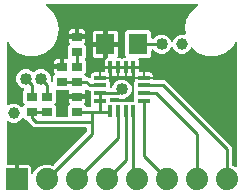
<source format=gbr>
G04 EAGLE Gerber RS-274X export*
G75*
%MOMM*%
%FSLAX34Y34*%
%LPD*%
%INTop Copper*%
%IPPOS*%
%AMOC8*
5,1,8,0,0,1.08239X$1,22.5*%
G01*
%ADD10R,0.400000X1.000000*%
%ADD11R,1.000000X0.400000*%
%ADD12R,0.900000X0.700000*%
%ADD13R,1.600000X1.800000*%
%ADD14R,1.879600X1.879600*%
%ADD15C,1.879600*%
%ADD16C,1.000000*%
%ADD17C,1.016000*%
%ADD18C,0.254000*%

G36*
X198121Y23109D02*
X198121Y23109D01*
X198236Y23106D01*
X198263Y23113D01*
X198291Y23114D01*
X198400Y23149D01*
X198511Y23178D01*
X198535Y23192D01*
X198562Y23201D01*
X198657Y23265D01*
X198756Y23323D01*
X198775Y23344D01*
X198798Y23359D01*
X198872Y23447D01*
X198950Y23531D01*
X198963Y23555D01*
X198981Y23577D01*
X199027Y23681D01*
X199080Y23784D01*
X199084Y23808D01*
X199096Y23836D01*
X199133Y24100D01*
X199135Y24115D01*
X199135Y127651D01*
X199133Y127671D01*
X199135Y127690D01*
X199113Y127811D01*
X199095Y127933D01*
X199087Y127951D01*
X199084Y127970D01*
X199029Y128080D01*
X198979Y128192D01*
X198967Y128207D01*
X198958Y128225D01*
X198875Y128316D01*
X198796Y128409D01*
X198779Y128420D01*
X198766Y128435D01*
X198661Y128499D01*
X198559Y128567D01*
X198540Y128573D01*
X198524Y128583D01*
X198405Y128616D01*
X198288Y128653D01*
X198268Y128653D01*
X198249Y128658D01*
X198127Y128657D01*
X198004Y128660D01*
X197985Y128655D01*
X197965Y128655D01*
X197847Y128619D01*
X197729Y128588D01*
X197712Y128578D01*
X197693Y128572D01*
X197590Y128506D01*
X197484Y128443D01*
X197471Y128429D01*
X197454Y128418D01*
X197408Y128361D01*
X197290Y128236D01*
X197266Y128190D01*
X197241Y128159D01*
X195385Y124944D01*
X189278Y119820D01*
X181786Y117093D01*
X173814Y117093D01*
X166322Y119820D01*
X161309Y124026D01*
X161249Y124064D01*
X161195Y124109D01*
X161129Y124139D01*
X161068Y124177D01*
X161000Y124196D01*
X160935Y124225D01*
X160864Y124235D01*
X160795Y124254D01*
X160724Y124254D01*
X160654Y124264D01*
X160583Y124253D01*
X160510Y124253D01*
X160442Y124233D01*
X160372Y124223D01*
X160307Y124193D01*
X160238Y124173D01*
X160178Y124135D01*
X160113Y124106D01*
X160058Y124059D01*
X159998Y124021D01*
X159951Y123968D01*
X159897Y123922D01*
X159865Y123870D01*
X159809Y123808D01*
X159759Y123701D01*
X159719Y123637D01*
X159223Y122441D01*
X156959Y120177D01*
X154001Y118951D01*
X150799Y118951D01*
X147841Y120177D01*
X145577Y122441D01*
X144781Y124361D01*
X144766Y124386D01*
X144757Y124414D01*
X144694Y124508D01*
X144637Y124606D01*
X144615Y124626D01*
X144599Y124650D01*
X144512Y124723D01*
X144430Y124801D01*
X144404Y124814D01*
X144382Y124833D01*
X144278Y124879D01*
X144177Y124931D01*
X144149Y124937D01*
X144122Y124949D01*
X144010Y124964D01*
X143898Y124986D01*
X143869Y124984D01*
X143840Y124988D01*
X143728Y124971D01*
X143615Y124962D01*
X143588Y124951D01*
X143559Y124947D01*
X143456Y124900D01*
X143350Y124860D01*
X143326Y124842D01*
X143300Y124830D01*
X143213Y124756D01*
X143123Y124688D01*
X143106Y124665D01*
X143083Y124646D01*
X143042Y124579D01*
X142953Y124460D01*
X142931Y124402D01*
X142905Y124361D01*
X142091Y122395D01*
X139805Y120109D01*
X136817Y118871D01*
X133583Y118871D01*
X130595Y120109D01*
X128382Y122322D01*
X128358Y122340D01*
X128339Y122362D01*
X128245Y122425D01*
X128155Y122493D01*
X128127Y122504D01*
X128103Y122520D01*
X127995Y122554D01*
X127889Y122594D01*
X127860Y122597D01*
X127832Y122606D01*
X127718Y122609D01*
X127606Y122618D01*
X127577Y122612D01*
X127548Y122613D01*
X127438Y122584D01*
X127327Y122562D01*
X127301Y122549D01*
X127273Y122541D01*
X127175Y122483D01*
X127075Y122431D01*
X127053Y122411D01*
X127028Y122396D01*
X126951Y122313D01*
X126869Y122235D01*
X126854Y122210D01*
X126834Y122189D01*
X126782Y122088D01*
X126725Y121990D01*
X126718Y121962D01*
X126704Y121936D01*
X126691Y121858D01*
X126655Y121715D01*
X126657Y121652D01*
X126649Y121604D01*
X126649Y116737D01*
X124863Y114951D01*
X116569Y114951D01*
X116531Y114946D01*
X116492Y114948D01*
X116390Y114926D01*
X116288Y114911D01*
X116252Y114895D01*
X116214Y114887D01*
X116123Y114838D01*
X116028Y114795D01*
X115999Y114770D01*
X115964Y114751D01*
X115890Y114678D01*
X115811Y114612D01*
X115790Y114579D01*
X115762Y114552D01*
X115711Y114461D01*
X115654Y114375D01*
X115642Y114338D01*
X115623Y114304D01*
X115599Y114203D01*
X115568Y114104D01*
X115567Y114065D01*
X115558Y114027D01*
X115563Y113923D01*
X115561Y113820D01*
X115571Y113782D01*
X115573Y113743D01*
X115600Y113670D01*
X115633Y113545D01*
X115671Y113481D01*
X115690Y113428D01*
X115718Y113381D01*
X115891Y112734D01*
X115891Y108415D01*
X111350Y108415D01*
X104850Y108415D01*
X98350Y108415D01*
X91850Y108415D01*
X87309Y108415D01*
X87309Y112734D01*
X87482Y113381D01*
X87817Y113960D01*
X88290Y114433D01*
X88869Y114768D01*
X88879Y114770D01*
X88941Y114797D01*
X89007Y114814D01*
X89071Y114852D01*
X89140Y114881D01*
X89193Y114924D01*
X89252Y114959D01*
X89303Y115014D01*
X89361Y115061D01*
X89400Y115117D01*
X89446Y115167D01*
X89480Y115233D01*
X89523Y115294D01*
X89545Y115359D01*
X89576Y115420D01*
X89586Y115481D01*
X89614Y115564D01*
X89619Y115678D01*
X89631Y115751D01*
X89631Y124969D01*
X98141Y124969D01*
X98141Y117666D01*
X97968Y117019D01*
X97647Y116464D01*
X97632Y116427D01*
X97610Y116395D01*
X97579Y116296D01*
X97540Y116200D01*
X97536Y116161D01*
X97525Y116124D01*
X97522Y116020D01*
X97511Y115917D01*
X97518Y115879D01*
X97517Y115840D01*
X97544Y115739D01*
X97562Y115637D01*
X97579Y115602D01*
X97589Y115565D01*
X97642Y115476D01*
X97688Y115383D01*
X97715Y115354D01*
X97734Y115320D01*
X97810Y115249D01*
X97880Y115173D01*
X97913Y115152D01*
X97942Y115126D01*
X98034Y115078D01*
X98122Y115024D01*
X98160Y115014D01*
X98195Y114996D01*
X98271Y114983D01*
X98397Y114949D01*
X98471Y114950D01*
X98526Y114941D01*
X100684Y114941D01*
X101337Y114766D01*
X101434Y114754D01*
X101529Y114734D01*
X101569Y114738D01*
X101619Y114731D01*
X101789Y114759D01*
X101863Y114766D01*
X102516Y114941D01*
X103897Y114941D01*
X103926Y114945D01*
X103955Y114942D01*
X104066Y114965D01*
X104178Y114981D01*
X104205Y114993D01*
X104234Y114998D01*
X104334Y115051D01*
X104438Y115097D01*
X104460Y115116D01*
X104486Y115129D01*
X104568Y115207D01*
X104655Y115280D01*
X104671Y115305D01*
X104692Y115325D01*
X104749Y115423D01*
X104812Y115517D01*
X104821Y115545D01*
X104836Y115570D01*
X104864Y115680D01*
X104898Y115788D01*
X104899Y115817D01*
X104906Y115846D01*
X104902Y115959D01*
X104905Y116072D01*
X104898Y116101D01*
X104897Y116130D01*
X104862Y116238D01*
X104833Y116347D01*
X104818Y116373D01*
X104809Y116401D01*
X104764Y116464D01*
X104688Y116592D01*
X104643Y116635D01*
X104615Y116674D01*
X104551Y116737D01*
X104551Y137263D01*
X106337Y139049D01*
X124863Y139049D01*
X126649Y137263D01*
X126649Y132396D01*
X126653Y132366D01*
X126650Y132337D01*
X126673Y132226D01*
X126689Y132114D01*
X126701Y132087D01*
X126706Y132058D01*
X126759Y131958D01*
X126805Y131855D01*
X126824Y131832D01*
X126837Y131806D01*
X126915Y131724D01*
X126988Y131638D01*
X127013Y131621D01*
X127033Y131600D01*
X127131Y131543D01*
X127225Y131480D01*
X127253Y131471D01*
X127278Y131456D01*
X127388Y131429D01*
X127496Y131394D01*
X127526Y131393D01*
X127554Y131386D01*
X127667Y131390D01*
X127780Y131387D01*
X127809Y131394D01*
X127838Y131395D01*
X127946Y131430D01*
X128055Y131459D01*
X128081Y131474D01*
X128109Y131483D01*
X128172Y131528D01*
X128300Y131604D01*
X128343Y131650D01*
X128382Y131678D01*
X130595Y133891D01*
X133583Y135129D01*
X136817Y135129D01*
X139805Y133891D01*
X142091Y131605D01*
X142905Y129639D01*
X142920Y129614D01*
X142929Y129586D01*
X142992Y129492D01*
X143050Y129394D01*
X143071Y129374D01*
X143087Y129350D01*
X143174Y129277D01*
X143257Y129199D01*
X143283Y129186D01*
X143305Y129167D01*
X143409Y129121D01*
X143509Y129069D01*
X143538Y129063D01*
X143565Y129051D01*
X143677Y129036D01*
X143788Y129014D01*
X143817Y129016D01*
X143846Y129012D01*
X143959Y129029D01*
X144071Y129038D01*
X144099Y129049D01*
X144128Y129053D01*
X144231Y129100D01*
X144337Y129140D01*
X144360Y129158D01*
X144387Y129170D01*
X144473Y129244D01*
X144563Y129312D01*
X144581Y129335D01*
X144603Y129354D01*
X144645Y129421D01*
X144734Y129540D01*
X144756Y129598D01*
X144781Y129639D01*
X145577Y131559D01*
X147841Y133823D01*
X150799Y135049D01*
X154001Y135049D01*
X154086Y135013D01*
X154145Y134998D01*
X154201Y134974D01*
X154282Y134963D01*
X154361Y134943D01*
X154422Y134944D01*
X154483Y134936D01*
X154564Y134948D01*
X154646Y134951D01*
X154704Y134969D01*
X154764Y134978D01*
X154839Y135012D01*
X154916Y135037D01*
X154967Y135071D01*
X155023Y135097D01*
X155085Y135150D01*
X155152Y135196D01*
X155192Y135242D01*
X155238Y135282D01*
X155283Y135351D01*
X155335Y135413D01*
X155360Y135469D01*
X155394Y135520D01*
X155418Y135598D01*
X155451Y135673D01*
X155459Y135734D01*
X155477Y135792D01*
X155477Y135859D01*
X155490Y135955D01*
X155475Y136057D01*
X155474Y136128D01*
X154845Y139700D01*
X156229Y147551D01*
X160215Y154455D01*
X165920Y159242D01*
X165969Y159297D01*
X166025Y159345D01*
X166064Y159402D01*
X166110Y159454D01*
X166142Y159520D01*
X166183Y159581D01*
X166204Y159647D01*
X166234Y159710D01*
X166246Y159782D01*
X166268Y159852D01*
X166270Y159921D01*
X166282Y159990D01*
X166274Y160063D01*
X166276Y160136D01*
X166258Y160203D01*
X166251Y160272D01*
X166223Y160340D01*
X166204Y160411D01*
X166169Y160471D01*
X166142Y160535D01*
X166096Y160593D01*
X166059Y160656D01*
X166008Y160703D01*
X165965Y160757D01*
X165905Y160800D01*
X165851Y160850D01*
X165790Y160882D01*
X165733Y160922D01*
X165664Y160946D01*
X165598Y160980D01*
X165540Y160990D01*
X165465Y161016D01*
X165343Y161023D01*
X165267Y161035D01*
X37933Y161035D01*
X37860Y161025D01*
X37786Y161025D01*
X37720Y161005D01*
X37651Y160995D01*
X37584Y160965D01*
X37514Y160945D01*
X37455Y160908D01*
X37392Y160879D01*
X37336Y160832D01*
X37274Y160792D01*
X37228Y160740D01*
X37175Y160696D01*
X37134Y160634D01*
X37085Y160579D01*
X37056Y160517D01*
X37017Y160459D01*
X36995Y160389D01*
X36964Y160322D01*
X36952Y160254D01*
X36932Y160188D01*
X36930Y160114D01*
X36918Y160042D01*
X36926Y159973D01*
X36924Y159904D01*
X36943Y159833D01*
X36952Y159759D01*
X36979Y159696D01*
X36996Y159629D01*
X37034Y159565D01*
X37062Y159498D01*
X37101Y159453D01*
X37141Y159384D01*
X37231Y159300D01*
X37280Y159242D01*
X42985Y154456D01*
X46971Y147551D01*
X48355Y139700D01*
X46971Y131849D01*
X42985Y124945D01*
X36878Y119820D01*
X29386Y117093D01*
X21414Y117093D01*
X13922Y119820D01*
X7815Y124944D01*
X5959Y128159D01*
X5947Y128174D01*
X5939Y128192D01*
X5860Y128286D01*
X5784Y128383D01*
X5768Y128394D01*
X5755Y128409D01*
X5653Y128478D01*
X5554Y128549D01*
X5535Y128556D01*
X5519Y128567D01*
X5401Y128604D01*
X5286Y128646D01*
X5266Y128647D01*
X5248Y128653D01*
X5125Y128656D01*
X5002Y128664D01*
X4983Y128659D01*
X4964Y128660D01*
X4845Y128629D01*
X4725Y128602D01*
X4707Y128593D01*
X4689Y128588D01*
X4583Y128526D01*
X4475Y128467D01*
X4461Y128453D01*
X4444Y128443D01*
X4360Y128353D01*
X4273Y128267D01*
X4263Y128250D01*
X4250Y128236D01*
X4194Y128126D01*
X4134Y128019D01*
X4129Y128000D01*
X4120Y127982D01*
X4108Y127910D01*
X4069Y127742D01*
X4071Y127691D01*
X4065Y127651D01*
X4065Y76287D01*
X4081Y76173D01*
X4091Y76058D01*
X4101Y76033D01*
X4105Y76005D01*
X4152Y75900D01*
X4193Y75793D01*
X4209Y75771D01*
X4221Y75746D01*
X4295Y75658D01*
X4364Y75566D01*
X4387Y75550D01*
X4404Y75529D01*
X4500Y75465D01*
X4592Y75396D01*
X4618Y75386D01*
X4641Y75371D01*
X4751Y75336D01*
X4858Y75296D01*
X4886Y75294D01*
X4912Y75285D01*
X5027Y75282D01*
X5141Y75273D01*
X5166Y75279D01*
X5196Y75278D01*
X5453Y75345D01*
X5469Y75349D01*
X8559Y76629D01*
X11761Y76629D01*
X14719Y75403D01*
X16118Y74004D01*
X16142Y73987D01*
X16161Y73964D01*
X16255Y73902D01*
X16345Y73834D01*
X16373Y73823D01*
X16397Y73807D01*
X16505Y73773D01*
X16611Y73732D01*
X16640Y73730D01*
X16668Y73721D01*
X16782Y73718D01*
X16894Y73709D01*
X16923Y73715D01*
X16952Y73714D01*
X17062Y73742D01*
X17173Y73765D01*
X17199Y73778D01*
X17227Y73786D01*
X17325Y73843D01*
X17425Y73896D01*
X17447Y73916D01*
X17472Y73931D01*
X17549Y74013D01*
X17631Y74091D01*
X17646Y74117D01*
X17666Y74138D01*
X17718Y74239D01*
X17775Y74337D01*
X17782Y74365D01*
X17796Y74391D01*
X17799Y74411D01*
X18871Y75482D01*
X18906Y75529D01*
X18948Y75569D01*
X18991Y75642D01*
X19041Y75709D01*
X19062Y75764D01*
X19092Y75814D01*
X19113Y75896D01*
X19143Y75975D01*
X19148Y76033D01*
X19162Y76090D01*
X19159Y76174D01*
X19166Y76258D01*
X19155Y76316D01*
X19153Y76374D01*
X19127Y76454D01*
X19110Y76537D01*
X19083Y76589D01*
X19065Y76645D01*
X19025Y76701D01*
X18979Y76789D01*
X18911Y76862D01*
X18871Y76918D01*
X17851Y77937D01*
X17851Y87463D01*
X18581Y88192D01*
X18650Y88284D01*
X18724Y88372D01*
X18735Y88398D01*
X18752Y88420D01*
X18793Y88527D01*
X18839Y88632D01*
X18843Y88659D01*
X18853Y88685D01*
X18863Y88800D01*
X18878Y88914D01*
X18874Y88941D01*
X18877Y88969D01*
X18854Y89081D01*
X18838Y89195D01*
X18826Y89220D01*
X18821Y89247D01*
X18768Y89349D01*
X18720Y89454D01*
X18702Y89475D01*
X18690Y89500D01*
X18611Y89583D01*
X18536Y89670D01*
X18515Y89684D01*
X18494Y89706D01*
X18264Y89840D01*
X18252Y89848D01*
X15715Y90899D01*
X13429Y93185D01*
X12191Y96173D01*
X12191Y99407D01*
X13429Y102395D01*
X15715Y104681D01*
X18703Y105919D01*
X21937Y105919D01*
X24925Y104681D01*
X25952Y103654D01*
X25999Y103619D01*
X26039Y103576D01*
X26112Y103533D01*
X26179Y103483D01*
X26234Y103462D01*
X26284Y103432D01*
X26366Y103412D01*
X26445Y103382D01*
X26503Y103377D01*
X26560Y103362D01*
X26644Y103365D01*
X26728Y103358D01*
X26786Y103369D01*
X26844Y103371D01*
X26924Y103397D01*
X27007Y103414D01*
X27059Y103441D01*
X27115Y103459D01*
X27171Y103499D01*
X27259Y103545D01*
X27332Y103614D01*
X27388Y103654D01*
X28415Y104681D01*
X31403Y105919D01*
X34637Y105919D01*
X37625Y104681D01*
X39911Y102395D01*
X41149Y99407D01*
X41149Y96189D01*
X41161Y96103D01*
X41164Y96016D01*
X41181Y95963D01*
X41189Y95908D01*
X41224Y95828D01*
X41251Y95745D01*
X41279Y95706D01*
X41305Y95649D01*
X41400Y95536D01*
X41446Y95472D01*
X41518Y95400D01*
X41542Y95382D01*
X41561Y95359D01*
X41655Y95297D01*
X41745Y95229D01*
X41773Y95218D01*
X41797Y95202D01*
X41905Y95168D01*
X42011Y95127D01*
X42040Y95125D01*
X42068Y95116D01*
X42181Y95113D01*
X42294Y95104D01*
X42323Y95110D01*
X42352Y95109D01*
X42462Y95137D01*
X42573Y95160D01*
X42599Y95173D01*
X42627Y95181D01*
X42725Y95238D01*
X42825Y95291D01*
X42847Y95311D01*
X42872Y95326D01*
X42949Y95408D01*
X43031Y95486D01*
X43046Y95512D01*
X43066Y95533D01*
X43118Y95634D01*
X43175Y95732D01*
X43182Y95760D01*
X43196Y95786D01*
X43209Y95863D01*
X43245Y96007D01*
X43243Y96070D01*
X43251Y96117D01*
X43251Y99863D01*
X44630Y101241D01*
X44665Y101288D01*
X44707Y101328D01*
X44750Y101401D01*
X44801Y101468D01*
X44822Y101523D01*
X44851Y101574D01*
X44872Y101655D01*
X44902Y101734D01*
X44907Y101793D01*
X44921Y101849D01*
X44918Y101933D01*
X44925Y102017D01*
X44914Y102075D01*
X44912Y102133D01*
X44886Y102213D01*
X44870Y102296D01*
X44843Y102348D01*
X44825Y102404D01*
X44785Y102460D01*
X44739Y102549D01*
X44670Y102621D01*
X44630Y102677D01*
X44267Y103040D01*
X43932Y103619D01*
X43759Y104266D01*
X43759Y106351D01*
X50066Y106351D01*
X50124Y106359D01*
X50182Y106357D01*
X50264Y106379D01*
X50347Y106391D01*
X50401Y106414D01*
X50457Y106429D01*
X50530Y106472D01*
X50607Y106507D01*
X50651Y106545D01*
X50702Y106574D01*
X50759Y106636D01*
X50824Y106690D01*
X50856Y106739D01*
X50896Y106782D01*
X50935Y106857D01*
X50981Y106927D01*
X50999Y106983D01*
X51026Y107035D01*
X51037Y107103D01*
X51067Y107198D01*
X51070Y107298D01*
X51081Y107366D01*
X51081Y107819D01*
X51534Y107819D01*
X51592Y107827D01*
X51650Y107826D01*
X51732Y107847D01*
X51816Y107859D01*
X51869Y107883D01*
X51925Y107897D01*
X51998Y107941D01*
X52075Y107975D01*
X52120Y108013D01*
X52170Y108043D01*
X52228Y108104D01*
X52292Y108159D01*
X52324Y108207D01*
X52364Y108250D01*
X52403Y108325D01*
X52450Y108395D01*
X52467Y108451D01*
X52494Y108503D01*
X52505Y108571D01*
X52535Y108666D01*
X52538Y108766D01*
X52549Y108834D01*
X52549Y114141D01*
X55097Y114141D01*
X55126Y114145D01*
X55155Y114142D01*
X55266Y114165D01*
X55378Y114181D01*
X55405Y114193D01*
X55434Y114198D01*
X55534Y114251D01*
X55638Y114297D01*
X55660Y114316D01*
X55686Y114329D01*
X55768Y114407D01*
X55855Y114480D01*
X55871Y114505D01*
X55892Y114525D01*
X55950Y114623D01*
X56012Y114717D01*
X56021Y114745D01*
X56036Y114770D01*
X56064Y114880D01*
X56098Y114988D01*
X56099Y115017D01*
X56106Y115046D01*
X56102Y115159D01*
X56105Y115272D01*
X56098Y115301D01*
X56097Y115330D01*
X56062Y115438D01*
X56033Y115547D01*
X56018Y115573D01*
X56009Y115601D01*
X55964Y115665D01*
X55951Y115686D01*
X55951Y125263D01*
X57330Y126641D01*
X57365Y126688D01*
X57407Y126728D01*
X57450Y126801D01*
X57501Y126869D01*
X57521Y126923D01*
X57551Y126974D01*
X57572Y127055D01*
X57602Y127134D01*
X57607Y127192D01*
X57621Y127249D01*
X57618Y127334D01*
X57625Y127418D01*
X57614Y127475D01*
X57612Y127533D01*
X57586Y127614D01*
X57570Y127696D01*
X57543Y127748D01*
X57525Y127804D01*
X57484Y127860D01*
X57439Y127949D01*
X57370Y128021D01*
X57330Y128077D01*
X56967Y128440D01*
X56632Y129019D01*
X56459Y129666D01*
X56459Y131751D01*
X62766Y131751D01*
X62824Y131759D01*
X62882Y131757D01*
X62964Y131779D01*
X63047Y131791D01*
X63101Y131814D01*
X63157Y131829D01*
X63230Y131872D01*
X63307Y131907D01*
X63351Y131945D01*
X63402Y131974D01*
X63459Y132036D01*
X63503Y132073D01*
X63504Y132072D01*
X63559Y132008D01*
X63607Y131976D01*
X63650Y131936D01*
X63725Y131897D01*
X63795Y131850D01*
X63851Y131833D01*
X63903Y131806D01*
X63971Y131795D01*
X64066Y131765D01*
X64166Y131762D01*
X64234Y131751D01*
X70541Y131751D01*
X70541Y129666D01*
X70368Y129019D01*
X70033Y128440D01*
X69670Y128077D01*
X69635Y128030D01*
X69593Y127990D01*
X69550Y127917D01*
X69499Y127850D01*
X69478Y127795D01*
X69449Y127745D01*
X69428Y127663D01*
X69398Y127584D01*
X69393Y127526D01*
X69379Y127469D01*
X69382Y127385D01*
X69375Y127301D01*
X69386Y127244D01*
X69388Y127185D01*
X69414Y127105D01*
X69430Y127022D01*
X69457Y126970D01*
X69475Y126915D01*
X69516Y126858D01*
X69561Y126770D01*
X69630Y126698D01*
X69670Y126641D01*
X71049Y125263D01*
X71049Y115737D01*
X70329Y115018D01*
X70294Y114971D01*
X70252Y114931D01*
X70209Y114858D01*
X70159Y114791D01*
X70138Y114736D01*
X70108Y114686D01*
X70087Y114604D01*
X70057Y114525D01*
X70052Y114467D01*
X70038Y114410D01*
X70041Y114326D01*
X70034Y114242D01*
X70045Y114184D01*
X70047Y114126D01*
X70073Y114046D01*
X70090Y113963D01*
X70117Y113911D01*
X70135Y113855D01*
X70175Y113799D01*
X70221Y113711D01*
X70289Y113638D01*
X70329Y113582D01*
X71049Y112863D01*
X71049Y103337D01*
X70029Y102318D01*
X69994Y102271D01*
X69952Y102231D01*
X69909Y102158D01*
X69859Y102091D01*
X69838Y102036D01*
X69808Y101986D01*
X69787Y101904D01*
X69757Y101825D01*
X69752Y101767D01*
X69738Y101710D01*
X69741Y101626D01*
X69734Y101542D01*
X69745Y101484D01*
X69747Y101426D01*
X69773Y101346D01*
X69790Y101263D01*
X69817Y101211D01*
X69835Y101155D01*
X69875Y101099D01*
X69921Y101011D01*
X69989Y100938D01*
X70029Y100882D01*
X71195Y99716D01*
X71265Y99664D01*
X71329Y99604D01*
X71379Y99578D01*
X71423Y99545D01*
X71504Y99514D01*
X71582Y99474D01*
X71630Y99466D01*
X71688Y99444D01*
X71836Y99432D01*
X71913Y99419D01*
X73059Y99419D01*
X73826Y98651D01*
X73850Y98634D01*
X73869Y98611D01*
X73963Y98549D01*
X74053Y98481D01*
X74081Y98470D01*
X74105Y98454D01*
X74213Y98420D01*
X74319Y98379D01*
X74348Y98377D01*
X74376Y98368D01*
X74490Y98365D01*
X74602Y98356D01*
X74631Y98362D01*
X74660Y98361D01*
X74770Y98389D01*
X74881Y98412D01*
X74907Y98425D01*
X74935Y98433D01*
X75033Y98490D01*
X75133Y98543D01*
X75155Y98563D01*
X75180Y98578D01*
X75257Y98660D01*
X75339Y98738D01*
X75354Y98764D01*
X75374Y98785D01*
X75426Y98886D01*
X75483Y98984D01*
X75490Y99012D01*
X75504Y99038D01*
X75517Y99116D01*
X75553Y99259D01*
X75551Y99322D01*
X75559Y99369D01*
X75559Y100984D01*
X75732Y101631D01*
X76067Y102210D01*
X76540Y102683D01*
X77119Y103018D01*
X77766Y103191D01*
X82085Y103191D01*
X82085Y98650D01*
X82093Y98592D01*
X82091Y98534D01*
X82113Y98452D01*
X82124Y98369D01*
X82148Y98315D01*
X82163Y98259D01*
X82206Y98186D01*
X82241Y98109D01*
X82278Y98065D01*
X82308Y98015D01*
X82309Y98014D01*
X82370Y97957D01*
X82424Y97892D01*
X82425Y97892D01*
X82473Y97860D01*
X82516Y97819D01*
X82591Y97781D01*
X82661Y97734D01*
X82717Y97717D01*
X82769Y97690D01*
X82837Y97679D01*
X82932Y97649D01*
X83032Y97646D01*
X83100Y97635D01*
X90641Y97635D01*
X90641Y96341D01*
X90653Y96255D01*
X90656Y96167D01*
X90673Y96115D01*
X90681Y96060D01*
X90716Y95980D01*
X90743Y95897D01*
X90771Y95858D01*
X90797Y95800D01*
X90893Y95687D01*
X90938Y95623D01*
X91149Y95413D01*
X91149Y90984D01*
X91157Y90926D01*
X91155Y90868D01*
X91177Y90786D01*
X91189Y90702D01*
X91212Y90649D01*
X91227Y90593D01*
X91270Y90520D01*
X91305Y90443D01*
X91343Y90398D01*
X91372Y90348D01*
X91434Y90290D01*
X91488Y90226D01*
X91537Y90194D01*
X91580Y90154D01*
X91655Y90115D01*
X91725Y90068D01*
X91781Y90051D01*
X91833Y90024D01*
X91901Y90013D01*
X91996Y89983D01*
X92096Y89980D01*
X92164Y89969D01*
X92566Y89969D01*
X92567Y89969D01*
X92569Y89969D01*
X92709Y89989D01*
X92847Y90009D01*
X92849Y90009D01*
X92850Y90009D01*
X92976Y90066D01*
X93107Y90125D01*
X93108Y90126D01*
X93109Y90127D01*
X93217Y90218D01*
X93324Y90308D01*
X93325Y90310D01*
X93326Y90311D01*
X93334Y90324D01*
X93481Y90545D01*
X93491Y90574D01*
X93504Y90595D01*
X94709Y93505D01*
X96995Y95791D01*
X99983Y97029D01*
X103217Y97029D01*
X106205Y95791D01*
X108491Y93505D01*
X109729Y90517D01*
X109729Y87283D01*
X108491Y84295D01*
X106205Y82009D01*
X103217Y80771D01*
X99983Y80771D01*
X98818Y81254D01*
X98788Y81262D01*
X98760Y81276D01*
X98683Y81289D01*
X98542Y81325D01*
X98478Y81323D01*
X98429Y81331D01*
X92164Y81331D01*
X92106Y81323D01*
X92048Y81325D01*
X91966Y81303D01*
X91882Y81291D01*
X91829Y81268D01*
X91773Y81253D01*
X91700Y81210D01*
X91623Y81175D01*
X91578Y81137D01*
X91528Y81108D01*
X91470Y81046D01*
X91406Y80992D01*
X91374Y80943D01*
X91334Y80900D01*
X91295Y80825D01*
X91248Y80755D01*
X91231Y80699D01*
X91204Y80647D01*
X91193Y80579D01*
X91163Y80484D01*
X91160Y80384D01*
X91149Y80316D01*
X91149Y79464D01*
X91157Y79406D01*
X91155Y79348D01*
X91177Y79266D01*
X91189Y79182D01*
X91212Y79129D01*
X91227Y79073D01*
X91270Y79000D01*
X91305Y78923D01*
X91343Y78878D01*
X91372Y78828D01*
X91434Y78770D01*
X91488Y78706D01*
X91537Y78674D01*
X91580Y78634D01*
X91655Y78595D01*
X91725Y78548D01*
X91781Y78531D01*
X91833Y78504D01*
X91901Y78493D01*
X91996Y78463D01*
X92096Y78460D01*
X92164Y78449D01*
X111036Y78449D01*
X111094Y78457D01*
X111152Y78455D01*
X111234Y78477D01*
X111318Y78489D01*
X111371Y78512D01*
X111427Y78527D01*
X111500Y78570D01*
X111577Y78605D01*
X111622Y78643D01*
X111672Y78672D01*
X111730Y78734D01*
X111794Y78788D01*
X111826Y78837D01*
X111866Y78880D01*
X111905Y78955D01*
X111952Y79025D01*
X111969Y79081D01*
X111996Y79133D01*
X112007Y79201D01*
X112037Y79296D01*
X112040Y79396D01*
X112051Y79464D01*
X112051Y95413D01*
X112262Y95623D01*
X112314Y95693D01*
X112374Y95757D01*
X112400Y95807D01*
X112433Y95851D01*
X112464Y95932D01*
X112504Y96010D01*
X112512Y96058D01*
X112534Y96116D01*
X112546Y96264D01*
X112559Y96341D01*
X112559Y97635D01*
X120100Y97635D01*
X127641Y97635D01*
X127641Y97484D01*
X127649Y97426D01*
X127647Y97368D01*
X127669Y97286D01*
X127681Y97202D01*
X127704Y97149D01*
X127719Y97093D01*
X127762Y97020D01*
X127797Y96943D01*
X127835Y96898D01*
X127864Y96848D01*
X127926Y96790D01*
X127980Y96726D01*
X128029Y96694D01*
X128072Y96654D01*
X128147Y96615D01*
X128217Y96568D01*
X128273Y96551D01*
X128325Y96524D01*
X128393Y96513D01*
X128488Y96483D01*
X128588Y96480D01*
X128656Y96469D01*
X138239Y96469D01*
X194819Y39889D01*
X194819Y25062D01*
X194819Y25060D01*
X194819Y25059D01*
X194839Y24919D01*
X194859Y24780D01*
X194859Y24779D01*
X194859Y24777D01*
X194919Y24645D01*
X194975Y24521D01*
X194976Y24520D01*
X194976Y24518D01*
X195070Y24408D01*
X195158Y24304D01*
X195160Y24303D01*
X195161Y24302D01*
X195174Y24294D01*
X195395Y24146D01*
X195424Y24137D01*
X195445Y24124D01*
X197731Y23177D01*
X197843Y23148D01*
X197952Y23114D01*
X197980Y23113D01*
X198007Y23106D01*
X198121Y23109D01*
G37*
G36*
X13774Y12709D02*
X13774Y12709D01*
X13832Y12708D01*
X13914Y12729D01*
X13997Y12741D01*
X14051Y12765D01*
X14107Y12779D01*
X14180Y12822D01*
X14257Y12857D01*
X14302Y12895D01*
X14352Y12925D01*
X14410Y12986D01*
X14474Y13041D01*
X14506Y13089D01*
X14546Y13132D01*
X14585Y13207D01*
X14631Y13277D01*
X14649Y13333D01*
X14676Y13385D01*
X14687Y13453D01*
X14717Y13548D01*
X14720Y13648D01*
X14731Y13716D01*
X14731Y24639D01*
X22432Y24639D01*
X23079Y24466D01*
X23658Y24131D01*
X24131Y23658D01*
X24466Y23079D01*
X24639Y22432D01*
X24639Y17830D01*
X24651Y17745D01*
X24653Y17659D01*
X24671Y17605D01*
X24679Y17549D01*
X24714Y17471D01*
X24740Y17389D01*
X24772Y17341D01*
X24795Y17290D01*
X24850Y17224D01*
X24898Y17153D01*
X24942Y17116D01*
X24978Y17073D01*
X25050Y17025D01*
X25116Y16970D01*
X25168Y16946D01*
X25215Y16915D01*
X25297Y16889D01*
X25376Y16854D01*
X25432Y16846D01*
X25486Y16829D01*
X25572Y16827D01*
X25657Y16815D01*
X25713Y16823D01*
X25770Y16822D01*
X25853Y16844D01*
X25938Y16856D01*
X25990Y16879D01*
X26045Y16894D01*
X26119Y16938D01*
X26198Y16973D01*
X26241Y17010D01*
X26290Y17039D01*
X26349Y17102D01*
X26414Y17157D01*
X26440Y17199D01*
X26484Y17246D01*
X26550Y17375D01*
X26592Y17442D01*
X27548Y19751D01*
X31049Y23252D01*
X35624Y25147D01*
X40576Y25147D01*
X42681Y24275D01*
X42682Y24274D01*
X42684Y24274D01*
X42817Y24240D01*
X42956Y24204D01*
X42958Y24204D01*
X42959Y24203D01*
X43100Y24208D01*
X43240Y24212D01*
X43242Y24212D01*
X43243Y24213D01*
X43378Y24256D01*
X43511Y24299D01*
X43512Y24299D01*
X43514Y24300D01*
X43526Y24309D01*
X43747Y24457D01*
X43767Y24480D01*
X43787Y24495D01*
X71584Y52292D01*
X71636Y52361D01*
X71696Y52425D01*
X71722Y52475D01*
X71755Y52519D01*
X71786Y52600D01*
X71826Y52678D01*
X71834Y52726D01*
X71856Y52784D01*
X71868Y52932D01*
X71881Y53009D01*
X71881Y55626D01*
X71873Y55684D01*
X71875Y55742D01*
X71853Y55824D01*
X71841Y55908D01*
X71818Y55961D01*
X71803Y56017D01*
X71760Y56090D01*
X71725Y56167D01*
X71687Y56212D01*
X71658Y56262D01*
X71596Y56320D01*
X71542Y56384D01*
X71493Y56416D01*
X71450Y56456D01*
X71375Y56495D01*
X71305Y56542D01*
X71249Y56559D01*
X71197Y56586D01*
X71129Y56597D01*
X71034Y56627D01*
X70934Y56630D01*
X70866Y56641D01*
X27421Y56641D01*
X21208Y62854D01*
X21139Y62906D01*
X21075Y62966D01*
X21025Y62992D01*
X20981Y63025D01*
X20900Y63056D01*
X20822Y63096D01*
X20774Y63104D01*
X20716Y63126D01*
X20568Y63138D01*
X20491Y63151D01*
X19637Y63151D01*
X18580Y64208D01*
X18501Y64267D01*
X18473Y64294D01*
X18462Y64300D01*
X18401Y64351D01*
X18375Y64362D01*
X18353Y64379D01*
X18246Y64420D01*
X18141Y64466D01*
X18114Y64470D01*
X18088Y64480D01*
X17973Y64490D01*
X17859Y64505D01*
X17832Y64501D01*
X17804Y64504D01*
X17692Y64481D01*
X17578Y64465D01*
X17553Y64453D01*
X17526Y64448D01*
X17423Y64395D01*
X17319Y64348D01*
X17298Y64330D01*
X17273Y64317D01*
X17190Y64238D01*
X17103Y64163D01*
X17089Y64142D01*
X17067Y64121D01*
X17044Y64081D01*
X14719Y61757D01*
X11761Y60531D01*
X8559Y60531D01*
X5469Y61811D01*
X5357Y61840D01*
X5248Y61875D01*
X5220Y61875D01*
X5193Y61882D01*
X5079Y61879D01*
X4964Y61882D01*
X4937Y61875D01*
X4909Y61874D01*
X4800Y61839D01*
X4689Y61810D01*
X4665Y61796D01*
X4638Y61788D01*
X4543Y61724D01*
X4444Y61665D01*
X4425Y61645D01*
X4402Y61629D01*
X4328Y61542D01*
X4250Y61458D01*
X4237Y61433D01*
X4219Y61412D01*
X4173Y61307D01*
X4120Y61205D01*
X4116Y61180D01*
X4104Y61152D01*
X4067Y60888D01*
X4065Y60873D01*
X4065Y25654D01*
X4073Y25596D01*
X4071Y25538D01*
X4093Y25456D01*
X4105Y25372D01*
X4128Y25319D01*
X4143Y25263D01*
X4186Y25190D01*
X4221Y25113D01*
X4259Y25068D01*
X4288Y25018D01*
X4350Y24960D01*
X4404Y24896D01*
X4453Y24864D01*
X4496Y24824D01*
X4571Y24785D01*
X4641Y24738D01*
X4697Y24721D01*
X4749Y24694D01*
X4817Y24683D01*
X4912Y24653D01*
X5012Y24650D01*
X5080Y24639D01*
X10669Y24639D01*
X10669Y13716D01*
X10677Y13658D01*
X10675Y13600D01*
X10697Y13518D01*
X10709Y13435D01*
X10733Y13381D01*
X10747Y13325D01*
X10790Y13252D01*
X10825Y13175D01*
X10863Y13131D01*
X10893Y13080D01*
X10954Y13023D01*
X11009Y12958D01*
X11057Y12926D01*
X11100Y12886D01*
X11175Y12847D01*
X11245Y12801D01*
X11301Y12783D01*
X11353Y12756D01*
X11421Y12745D01*
X11516Y12715D01*
X11616Y12712D01*
X11684Y12701D01*
X13716Y12701D01*
X13774Y12709D01*
G37*
G36*
X54994Y65287D02*
X54994Y65287D01*
X55052Y65285D01*
X55134Y65307D01*
X55218Y65319D01*
X55271Y65342D01*
X55327Y65357D01*
X55400Y65400D01*
X55477Y65435D01*
X55522Y65473D01*
X55572Y65502D01*
X55630Y65564D01*
X55694Y65618D01*
X55726Y65667D01*
X55766Y65710D01*
X55805Y65785D01*
X55852Y65855D01*
X55869Y65911D01*
X55896Y65963D01*
X55907Y66031D01*
X55937Y66126D01*
X55940Y66226D01*
X55951Y66294D01*
X55951Y74463D01*
X57330Y75841D01*
X57365Y75888D01*
X57407Y75928D01*
X57450Y76001D01*
X57501Y76068D01*
X57522Y76123D01*
X57551Y76174D01*
X57572Y76255D01*
X57602Y76334D01*
X57607Y76393D01*
X57621Y76449D01*
X57618Y76533D01*
X57625Y76617D01*
X57614Y76675D01*
X57612Y76733D01*
X57586Y76813D01*
X57570Y76896D01*
X57543Y76948D01*
X57525Y77004D01*
X57485Y77060D01*
X57439Y77149D01*
X57370Y77221D01*
X57330Y77277D01*
X56967Y77640D01*
X56632Y78219D01*
X56459Y78866D01*
X56459Y80951D01*
X62766Y80951D01*
X62824Y80959D01*
X62882Y80957D01*
X62964Y80979D01*
X63047Y80991D01*
X63101Y81014D01*
X63157Y81029D01*
X63230Y81072D01*
X63307Y81107D01*
X63351Y81145D01*
X63402Y81174D01*
X63459Y81236D01*
X63503Y81273D01*
X63504Y81272D01*
X63559Y81208D01*
X63607Y81176D01*
X63650Y81136D01*
X63725Y81097D01*
X63795Y81050D01*
X63851Y81033D01*
X63903Y81006D01*
X63971Y80995D01*
X64066Y80965D01*
X64166Y80962D01*
X64234Y80951D01*
X70541Y80951D01*
X70541Y78866D01*
X70368Y78219D01*
X70033Y77640D01*
X69670Y77277D01*
X69635Y77230D01*
X69593Y77190D01*
X69550Y77117D01*
X69499Y77050D01*
X69479Y76995D01*
X69449Y76945D01*
X69428Y76863D01*
X69398Y76784D01*
X69393Y76726D01*
X69379Y76669D01*
X69382Y76585D01*
X69375Y76501D01*
X69386Y76444D01*
X69388Y76385D01*
X69414Y76305D01*
X69430Y76222D01*
X69457Y76170D01*
X69475Y76115D01*
X69515Y76058D01*
X69561Y75970D01*
X69630Y75897D01*
X69670Y75841D01*
X71195Y74316D01*
X71265Y74264D01*
X71329Y74204D01*
X71379Y74178D01*
X71423Y74145D01*
X71504Y74114D01*
X71582Y74074D01*
X71630Y74066D01*
X71688Y74044D01*
X71836Y74032D01*
X71913Y74019D01*
X74469Y74019D01*
X74498Y74023D01*
X74527Y74020D01*
X74638Y74043D01*
X74750Y74059D01*
X74777Y74071D01*
X74806Y74076D01*
X74906Y74128D01*
X75010Y74175D01*
X75032Y74194D01*
X75058Y74207D01*
X75140Y74285D01*
X75227Y74358D01*
X75243Y74383D01*
X75264Y74403D01*
X75321Y74501D01*
X75384Y74595D01*
X75393Y74623D01*
X75408Y74648D01*
X75436Y74758D01*
X75470Y74866D01*
X75471Y74895D01*
X75478Y74924D01*
X75474Y75037D01*
X75477Y75150D01*
X75470Y75179D01*
X75469Y75208D01*
X75434Y75316D01*
X75405Y75425D01*
X75391Y75451D01*
X75381Y75479D01*
X75336Y75543D01*
X75260Y75670D01*
X75215Y75713D01*
X75187Y75752D01*
X75051Y75887D01*
X75051Y86816D01*
X75043Y86874D01*
X75045Y86930D01*
X75045Y86931D01*
X75045Y86932D01*
X75023Y87014D01*
X75011Y87098D01*
X74988Y87151D01*
X74973Y87207D01*
X74930Y87280D01*
X74895Y87357D01*
X74857Y87402D01*
X74828Y87452D01*
X74766Y87510D01*
X74712Y87574D01*
X74663Y87606D01*
X74620Y87646D01*
X74545Y87685D01*
X74475Y87732D01*
X74419Y87749D01*
X74367Y87776D01*
X74299Y87787D01*
X74204Y87817D01*
X74104Y87820D01*
X74036Y87831D01*
X72431Y87831D01*
X72053Y88209D01*
X72038Y88221D01*
X72025Y88236D01*
X71924Y88306D01*
X71826Y88380D01*
X71808Y88387D01*
X71792Y88398D01*
X71675Y88438D01*
X71560Y88481D01*
X71541Y88483D01*
X71522Y88489D01*
X71399Y88495D01*
X71277Y88505D01*
X71258Y88501D01*
X71238Y88502D01*
X71119Y88473D01*
X70998Y88449D01*
X70981Y88440D01*
X70962Y88435D01*
X70855Y88374D01*
X70746Y88318D01*
X70732Y88304D01*
X70715Y88295D01*
X70629Y88207D01*
X70540Y88122D01*
X70530Y88105D01*
X70516Y88091D01*
X70458Y87983D01*
X70396Y87877D01*
X70391Y87858D01*
X70382Y87841D01*
X70356Y87720D01*
X70326Y87601D01*
X70327Y87582D01*
X70323Y87563D01*
X70330Y87489D01*
X70335Y87317D01*
X70351Y87269D01*
X70355Y87228D01*
X70541Y86534D01*
X70541Y84449D01*
X64234Y84449D01*
X64176Y84441D01*
X64118Y84443D01*
X64036Y84421D01*
X63953Y84409D01*
X63899Y84386D01*
X63843Y84371D01*
X63770Y84328D01*
X63693Y84293D01*
X63649Y84255D01*
X63598Y84226D01*
X63541Y84164D01*
X63497Y84127D01*
X63496Y84128D01*
X63441Y84192D01*
X63393Y84224D01*
X63350Y84264D01*
X63275Y84303D01*
X63205Y84350D01*
X63149Y84367D01*
X63097Y84394D01*
X63029Y84405D01*
X62934Y84435D01*
X62834Y84438D01*
X62766Y84449D01*
X56459Y84449D01*
X56459Y86534D01*
X56657Y87273D01*
X56663Y87322D01*
X56678Y87368D01*
X56680Y87462D01*
X56692Y87555D01*
X56684Y87604D01*
X56685Y87652D01*
X56661Y87743D01*
X56646Y87836D01*
X56626Y87880D01*
X56613Y87927D01*
X56565Y88008D01*
X56525Y88093D01*
X56493Y88130D01*
X56468Y88172D01*
X56400Y88236D01*
X56337Y88307D01*
X56296Y88333D01*
X56261Y88366D01*
X56177Y88409D01*
X56098Y88460D01*
X56051Y88474D01*
X56008Y88496D01*
X55935Y88508D01*
X55825Y88540D01*
X55738Y88541D01*
X55677Y88551D01*
X46664Y88551D01*
X46606Y88543D01*
X46548Y88545D01*
X46466Y88523D01*
X46382Y88511D01*
X46329Y88488D01*
X46273Y88473D01*
X46200Y88430D01*
X46123Y88395D01*
X46078Y88357D01*
X46028Y88328D01*
X45970Y88266D01*
X45906Y88212D01*
X45874Y88163D01*
X45834Y88120D01*
X45795Y88045D01*
X45748Y87975D01*
X45731Y87919D01*
X45704Y87867D01*
X45693Y87799D01*
X45663Y87704D01*
X45660Y87604D01*
X45649Y87536D01*
X45649Y77937D01*
X44629Y76918D01*
X44594Y76871D01*
X44552Y76831D01*
X44509Y76758D01*
X44459Y76691D01*
X44438Y76636D01*
X44408Y76586D01*
X44387Y76504D01*
X44357Y76425D01*
X44352Y76367D01*
X44338Y76310D01*
X44341Y76226D01*
X44334Y76142D01*
X44345Y76084D01*
X44347Y76026D01*
X44373Y75946D01*
X44390Y75863D01*
X44417Y75811D01*
X44435Y75755D01*
X44475Y75699D01*
X44521Y75611D01*
X44589Y75538D01*
X44629Y75482D01*
X45649Y74463D01*
X45649Y66294D01*
X45657Y66236D01*
X45655Y66178D01*
X45677Y66096D01*
X45689Y66012D01*
X45712Y65959D01*
X45727Y65903D01*
X45770Y65830D01*
X45805Y65753D01*
X45843Y65708D01*
X45872Y65658D01*
X45934Y65600D01*
X45988Y65536D01*
X46037Y65504D01*
X46080Y65464D01*
X46155Y65425D01*
X46225Y65378D01*
X46281Y65361D01*
X46333Y65334D01*
X46401Y65323D01*
X46496Y65293D01*
X46596Y65290D01*
X46664Y65279D01*
X54936Y65279D01*
X54994Y65287D01*
G37*
%LPC*%
G36*
X89631Y129031D02*
X89631Y129031D01*
X89631Y138541D01*
X95934Y138541D01*
X96581Y138368D01*
X97160Y138033D01*
X97633Y137560D01*
X97968Y136981D01*
X98141Y136334D01*
X98141Y129031D01*
X89631Y129031D01*
G37*
%LPD*%
%LPC*%
G36*
X77059Y129031D02*
X77059Y129031D01*
X77059Y136334D01*
X77232Y136981D01*
X77567Y137560D01*
X78040Y138033D01*
X78619Y138368D01*
X79266Y138541D01*
X85569Y138541D01*
X85569Y129031D01*
X77059Y129031D01*
G37*
%LPD*%
%LPC*%
G36*
X79266Y115459D02*
X79266Y115459D01*
X78619Y115632D01*
X78040Y115967D01*
X77567Y116440D01*
X77232Y117019D01*
X77059Y117666D01*
X77059Y124969D01*
X85569Y124969D01*
X85569Y115459D01*
X79266Y115459D01*
G37*
%LPD*%
%LPC*%
G36*
X112365Y99665D02*
X112365Y99665D01*
X112365Y106385D01*
X115891Y106385D01*
X115891Y104206D01*
X115899Y104148D01*
X115897Y104090D01*
X115919Y104008D01*
X115931Y103924D01*
X115954Y103871D01*
X115969Y103815D01*
X116012Y103742D01*
X116047Y103665D01*
X116085Y103620D01*
X116114Y103570D01*
X116176Y103512D01*
X116230Y103448D01*
X116279Y103416D01*
X116322Y103376D01*
X116397Y103337D01*
X116467Y103290D01*
X116523Y103273D01*
X116575Y103246D01*
X116643Y103235D01*
X116738Y103205D01*
X116838Y103202D01*
X116906Y103191D01*
X119085Y103191D01*
X119085Y99665D01*
X112365Y99665D01*
G37*
%LPD*%
%LPC*%
G36*
X84115Y99665D02*
X84115Y99665D01*
X84115Y103191D01*
X86294Y103191D01*
X86352Y103199D01*
X86410Y103197D01*
X86492Y103219D01*
X86576Y103231D01*
X86629Y103254D01*
X86685Y103269D01*
X86758Y103312D01*
X86835Y103347D01*
X86880Y103385D01*
X86930Y103414D01*
X86988Y103476D01*
X87052Y103530D01*
X87084Y103579D01*
X87124Y103622D01*
X87163Y103697D01*
X87210Y103767D01*
X87227Y103823D01*
X87254Y103875D01*
X87265Y103943D01*
X87295Y104038D01*
X87298Y104138D01*
X87309Y104206D01*
X87309Y106385D01*
X90835Y106385D01*
X90835Y99665D01*
X84115Y99665D01*
G37*
%LPD*%
%LPC*%
G36*
X99365Y99859D02*
X99365Y99859D01*
X99365Y106385D01*
X103835Y106385D01*
X103835Y99859D01*
X102516Y99859D01*
X101863Y100034D01*
X101766Y100046D01*
X101671Y100066D01*
X101631Y100062D01*
X101581Y100069D01*
X101411Y100041D01*
X101337Y100034D01*
X100684Y99859D01*
X99365Y99859D01*
G37*
%LPD*%
%LPC*%
G36*
X92865Y99859D02*
X92865Y99859D01*
X92865Y106385D01*
X97335Y106385D01*
X97335Y99859D01*
X96016Y99859D01*
X95363Y100034D01*
X95266Y100046D01*
X95171Y100066D01*
X95131Y100062D01*
X95081Y100069D01*
X94911Y100041D01*
X94837Y100034D01*
X94184Y99859D01*
X92865Y99859D01*
G37*
%LPD*%
%LPC*%
G36*
X105865Y99859D02*
X105865Y99859D01*
X105865Y106385D01*
X110335Y106385D01*
X110335Y99859D01*
X109016Y99859D01*
X108363Y100034D01*
X108266Y100046D01*
X108171Y100066D01*
X108131Y100062D01*
X108081Y100069D01*
X107911Y100041D01*
X107837Y100034D01*
X107184Y99859D01*
X105865Y99859D01*
G37*
%LPD*%
%LPC*%
G36*
X121115Y99665D02*
X121115Y99665D01*
X121115Y103191D01*
X125434Y103191D01*
X126081Y103018D01*
X126660Y102683D01*
X127133Y102210D01*
X127468Y101631D01*
X127641Y100984D01*
X127641Y99665D01*
X121115Y99665D01*
G37*
%LPD*%
%LPC*%
G36*
X65249Y135249D02*
X65249Y135249D01*
X65249Y139541D01*
X68334Y139541D01*
X68981Y139368D01*
X69560Y139033D01*
X70033Y138560D01*
X70368Y137981D01*
X70541Y137334D01*
X70541Y135249D01*
X65249Y135249D01*
G37*
%LPD*%
%LPC*%
G36*
X56459Y135249D02*
X56459Y135249D01*
X56459Y137334D01*
X56632Y137981D01*
X56967Y138560D01*
X57440Y139033D01*
X58019Y139368D01*
X58666Y139541D01*
X61751Y139541D01*
X61751Y135249D01*
X56459Y135249D01*
G37*
%LPD*%
%LPC*%
G36*
X43759Y109849D02*
X43759Y109849D01*
X43759Y111934D01*
X43932Y112581D01*
X44267Y113160D01*
X44740Y113633D01*
X45319Y113968D01*
X45966Y114141D01*
X49051Y114141D01*
X49051Y109849D01*
X43759Y109849D01*
G37*
%LPD*%
%LPC*%
G36*
X87599Y126999D02*
X87599Y126999D01*
X87599Y127001D01*
X87601Y127001D01*
X87601Y126999D01*
X87599Y126999D01*
G37*
%LPD*%
D10*
X91850Y70400D03*
X98350Y70400D03*
X104850Y70400D03*
X111350Y70400D03*
D11*
X120100Y79150D03*
X120100Y85650D03*
X120100Y92150D03*
X120100Y98650D03*
D10*
X111350Y107400D03*
X104850Y107400D03*
X98350Y107400D03*
X91850Y107400D03*
D11*
X83100Y98650D03*
X83100Y92150D03*
X83100Y85650D03*
X83100Y79150D03*
D12*
X63500Y69700D03*
X63500Y82700D03*
D13*
X115600Y127000D03*
X87600Y127000D03*
D12*
X50800Y95100D03*
X50800Y108100D03*
X63500Y95100D03*
X63500Y108100D03*
X63500Y133500D03*
X63500Y120500D03*
X38100Y82700D03*
X38100Y69700D03*
X25400Y82700D03*
X25400Y69700D03*
D14*
X12700Y12700D03*
D15*
X38100Y12700D03*
X63500Y12700D03*
X88900Y12700D03*
X114300Y12700D03*
X139700Y12700D03*
X165100Y12700D03*
X190500Y12700D03*
D16*
X10160Y68580D03*
X152400Y127000D03*
D17*
X50800Y71120D03*
X50800Y120650D03*
D18*
X83100Y85650D02*
X83100Y79150D01*
X76200Y69700D02*
X63500Y69700D01*
X76200Y69700D02*
X82550Y69700D01*
X91150Y69700D01*
X91850Y70400D01*
X83100Y70250D02*
X83100Y79150D01*
X83100Y70250D02*
X82550Y69700D01*
X38100Y69700D02*
X25400Y69700D01*
X83100Y85650D02*
X98350Y85650D01*
X101600Y88900D01*
X76200Y60960D02*
X76200Y50800D01*
X76200Y60960D02*
X76200Y69700D01*
X76200Y50800D02*
X38100Y12700D01*
X115600Y127000D02*
X135200Y127000D01*
X76200Y60960D02*
X29210Y60960D01*
X25400Y64770D01*
X25400Y69700D01*
D17*
X101600Y88900D03*
X135200Y127000D03*
D18*
X136450Y92150D02*
X120100Y92150D01*
X136450Y92150D02*
X190500Y38100D01*
X190500Y12700D01*
X130250Y85650D02*
X120100Y85650D01*
X130250Y85650D02*
X165100Y50800D01*
X165100Y12700D01*
X63500Y95100D02*
X50800Y95100D01*
X74220Y92150D02*
X83100Y92150D01*
X71270Y95100D02*
X63500Y95100D01*
X71270Y95100D02*
X74220Y92150D01*
X63500Y108100D02*
X63500Y120500D01*
X104850Y70400D02*
X104850Y28650D01*
X88900Y12700D01*
X38100Y82700D02*
X38100Y92710D01*
X33020Y97790D01*
D17*
X33020Y97790D03*
D18*
X98350Y70400D02*
X98350Y47550D01*
X63500Y12700D01*
X25400Y82700D02*
X25400Y92710D01*
X20320Y97790D01*
D17*
X20320Y97790D03*
D18*
X111350Y70400D02*
X111350Y15650D01*
X114300Y12700D01*
X120100Y32300D02*
X120100Y79150D01*
X120100Y32300D02*
X139700Y12700D01*
M02*

</source>
